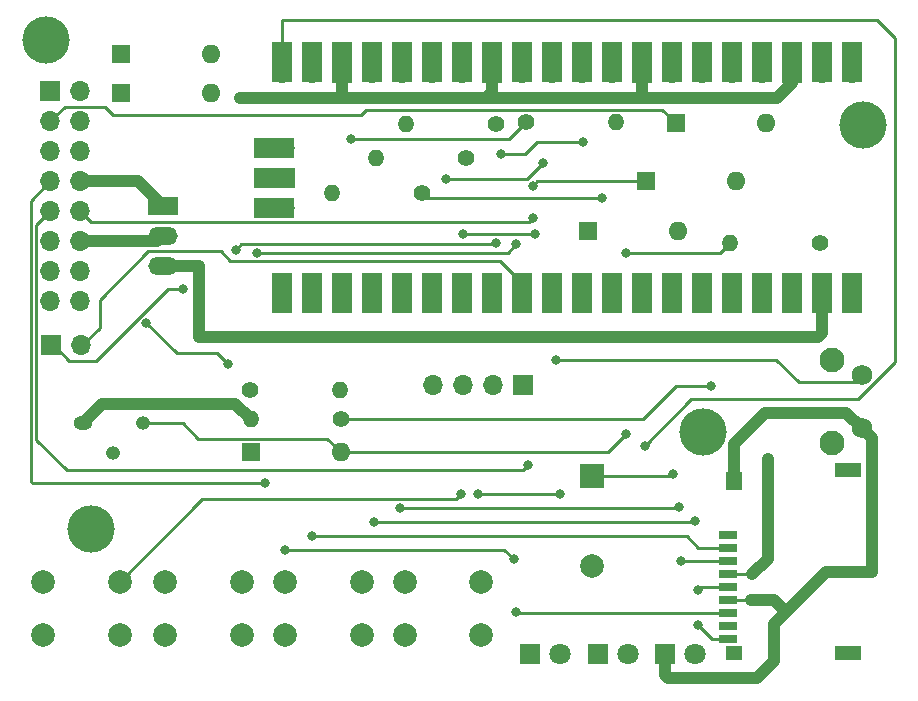
<source format=gbr>
%TF.GenerationSoftware,KiCad,Pcbnew,7.0.8*%
%TF.CreationDate,2024-04-12T09:27:46+03:00*%
%TF.ProjectId,PicoDrive,5069636f-4472-4697-9665-2e6b69636164,rev?*%
%TF.SameCoordinates,PX55854f8PY4548d10*%
%TF.FileFunction,Copper,L1,Top*%
%TF.FilePolarity,Positive*%
%FSLAX46Y46*%
G04 Gerber Fmt 4.6, Leading zero omitted, Abs format (unit mm)*
G04 Created by KiCad (PCBNEW 7.0.8) date 2024-04-12 09:27:46*
%MOMM*%
%LPD*%
G01*
G04 APERTURE LIST*
%TA.AperFunction,ComponentPad*%
%ADD10R,1.700000X1.700000*%
%TD*%
%TA.AperFunction,ComponentPad*%
%ADD11O,1.700000X1.700000*%
%TD*%
%TA.AperFunction,ComponentPad*%
%ADD12R,2.000000X2.000000*%
%TD*%
%TA.AperFunction,ComponentPad*%
%ADD13C,2.000000*%
%TD*%
%TA.AperFunction,SMDPad,CuDef*%
%ADD14R,1.700000X3.500000*%
%TD*%
%TA.AperFunction,SMDPad,CuDef*%
%ADD15R,3.500000X1.700000*%
%TD*%
%TA.AperFunction,ComponentPad*%
%ADD16C,1.400000*%
%TD*%
%TA.AperFunction,ComponentPad*%
%ADD17O,1.400000X1.400000*%
%TD*%
%TA.AperFunction,ComponentPad*%
%ADD18R,1.600000X1.600000*%
%TD*%
%TA.AperFunction,ComponentPad*%
%ADD19O,1.600000X1.600000*%
%TD*%
%TA.AperFunction,ComponentPad*%
%ADD20R,1.800000X1.800000*%
%TD*%
%TA.AperFunction,ComponentPad*%
%ADD21C,1.800000*%
%TD*%
%TA.AperFunction,SMDPad,CuDef*%
%ADD22R,1.600000X0.700000*%
%TD*%
%TA.AperFunction,SMDPad,CuDef*%
%ADD23R,1.400000X1.600000*%
%TD*%
%TA.AperFunction,SMDPad,CuDef*%
%ADD24R,2.200000X1.200000*%
%TD*%
%TA.AperFunction,SMDPad,CuDef*%
%ADD25R,1.400000X1.200000*%
%TD*%
%TA.AperFunction,ComponentPad*%
%ADD26O,1.600000X1.200000*%
%TD*%
%TA.AperFunction,ComponentPad*%
%ADD27O,1.200000X1.200000*%
%TD*%
%TA.AperFunction,ComponentPad*%
%ADD28C,2.100000*%
%TD*%
%TA.AperFunction,ComponentPad*%
%ADD29C,1.750000*%
%TD*%
%TA.AperFunction,ComponentPad*%
%ADD30R,2.500000X1.500000*%
%TD*%
%TA.AperFunction,ComponentPad*%
%ADD31O,2.500000X1.500000*%
%TD*%
%TA.AperFunction,ViaPad*%
%ADD32C,0.800000*%
%TD*%
%TA.AperFunction,ViaPad*%
%ADD33C,4.000000*%
%TD*%
%TA.AperFunction,Conductor*%
%ADD34C,0.250000*%
%TD*%
%TA.AperFunction,Conductor*%
%ADD35C,1.000000*%
%TD*%
G04 APERTURE END LIST*
D10*
%TO.P,J2,1,Pin_1*%
%TO.N,Net-(J2-Pin_1)*%
X3475000Y-28700000D03*
D11*
%TO.P,J2,2,Pin_2*%
%TO.N,Net-(J2-Pin_2)*%
X6015000Y-28700000D03*
%TD*%
D12*
%TO.P,BZ1,1,-*%
%TO.N,Net-(BZ1--)*%
X49300000Y-39800000D03*
D13*
%TO.P,BZ1,2,+*%
%TO.N,/GND*%
X49300000Y-47400000D03*
%TD*%
D11*
%TO.P,U1,1,GPIO0*%
%TO.N,Net-(D1-A)*%
X71295000Y-5670000D03*
D14*
X71295000Y-4770000D03*
D11*
%TO.P,U1,2,GPIO1*%
%TO.N,Net-(D2-A)*%
X68755000Y-5670000D03*
D14*
X68755000Y-4770000D03*
D10*
%TO.P,U1,3,GND*%
%TO.N,/GND*%
X66215000Y-5670000D03*
D14*
X66215000Y-4770000D03*
D11*
%TO.P,U1,4,GPIO2*%
%TO.N,Net-(D15-A)*%
X63675000Y-5670000D03*
D14*
X63675000Y-4770000D03*
D11*
%TO.P,U1,5,GPIO3*%
%TO.N,Net-(D14-A)*%
X61135000Y-5670000D03*
D14*
X61135000Y-4770000D03*
D11*
%TO.P,U1,6,GPIO4*%
%TO.N,Net-(U1-GPIO4)*%
X58595000Y-5670000D03*
D14*
X58595000Y-4770000D03*
D11*
%TO.P,U1,7,GPIO5*%
%TO.N,Net-(D12-A)*%
X56055000Y-5670000D03*
D14*
X56055000Y-4770000D03*
D10*
%TO.P,U1,8,GND*%
%TO.N,/GND*%
X53515000Y-5670000D03*
D14*
X53515000Y-4770000D03*
D11*
%TO.P,U1,9,GPIO6*%
%TO.N,Net-(U1-GPIO6)*%
X50975000Y-5670000D03*
D14*
X50975000Y-4770000D03*
D11*
%TO.P,U1,10,GPIO7*%
%TO.N,Net-(J2-Pin_1)*%
X48435000Y-5670000D03*
D14*
X48435000Y-4770000D03*
D11*
%TO.P,U1,11,GPIO8*%
%TO.N,Net-(U1-GPIO8)*%
X45895000Y-5670000D03*
D14*
X45895000Y-4770000D03*
D11*
%TO.P,U1,12,GPIO9*%
%TO.N,Net-(U1-GPIO9)*%
X43355000Y-5670000D03*
D14*
X43355000Y-4770000D03*
D10*
%TO.P,U1,13,GND*%
%TO.N,/GND*%
X40815000Y-5670000D03*
D14*
X40815000Y-4770000D03*
D11*
%TO.P,U1,14,GPIO10*%
%TO.N,Net-(U1-GPIO10)*%
X38275000Y-5670000D03*
D14*
X38275000Y-4770000D03*
D11*
%TO.P,U1,15,GPIO11*%
%TO.N,Net-(U1-GPIO11)*%
X35735000Y-5670000D03*
D14*
X35735000Y-4770000D03*
D11*
%TO.P,U1,16,GPIO12*%
%TO.N,Net-(U1-GPIO12)*%
X33195000Y-5670000D03*
D14*
X33195000Y-4770000D03*
D11*
%TO.P,U1,17,GPIO13*%
%TO.N,Net-(U1-GPIO13)*%
X30655000Y-5670000D03*
D14*
X30655000Y-4770000D03*
D10*
%TO.P,U1,18,GND*%
%TO.N,/GND*%
X28115000Y-5670000D03*
D14*
X28115000Y-4770000D03*
D11*
%TO.P,U1,19,GPIO14*%
%TO.N,Net-(U1-GPIO14)*%
X25575000Y-5670000D03*
D14*
X25575000Y-4770000D03*
D11*
%TO.P,U1,20,GPIO15*%
%TO.N,Net-(J4-DET)*%
X23035000Y-5670000D03*
D14*
X23035000Y-4770000D03*
D11*
%TO.P,U1,21,GPIO16*%
%TO.N,/MISO*%
X23035000Y-23450000D03*
D14*
X23035000Y-24350000D03*
D11*
%TO.P,U1,22,GPIO17*%
%TO.N,/CS*%
X25575000Y-23450000D03*
D14*
X25575000Y-24350000D03*
D10*
%TO.P,U1,23,GND*%
%TO.N,unconnected-(U1-GND-Pad23)*%
X28115000Y-23450000D03*
D14*
X28115000Y-24350000D03*
D11*
%TO.P,U1,24,GPIO18*%
%TO.N,/SCK*%
X30655000Y-23450000D03*
D14*
X30655000Y-24350000D03*
D11*
%TO.P,U1,25,GPIO19*%
%TO.N,/MOSI*%
X33195000Y-23450000D03*
D14*
X33195000Y-24350000D03*
D11*
%TO.P,U1,26,GPIO20*%
%TO.N,Net-(J3-Pin_4)*%
X35735000Y-23450000D03*
D14*
X35735000Y-24350000D03*
D11*
%TO.P,U1,27,GPIO21*%
%TO.N,Net-(J3-Pin_3)*%
X38275000Y-23450000D03*
D14*
X38275000Y-24350000D03*
D10*
%TO.P,U1,28,GND*%
%TO.N,Net-(J3-Pin_1)*%
X40815000Y-23450000D03*
D14*
X40815000Y-24350000D03*
D11*
%TO.P,U1,29,GPIO22*%
%TO.N,Net-(J2-Pin_2)*%
X43355000Y-23450000D03*
D14*
X43355000Y-24350000D03*
D11*
%TO.P,U1,30,RUN*%
%TO.N,Net-(U1-RUN)*%
X45895000Y-23450000D03*
D14*
X45895000Y-24350000D03*
D11*
%TO.P,U1,31,GPIO26_ADC0*%
%TO.N,unconnected-(U1-GPIO26_ADC0-Pad31)*%
X48435000Y-23450000D03*
D14*
X48435000Y-24350000D03*
D11*
%TO.P,U1,32,GPIO27_ADC1*%
%TO.N,unconnected-(U1-GPIO27_ADC1-Pad32)*%
X50975000Y-23450000D03*
D14*
X50975000Y-24350000D03*
D10*
%TO.P,U1,33,AGND*%
%TO.N,unconnected-(U1-AGND-Pad33)*%
X53515000Y-23450000D03*
D14*
X53515000Y-24350000D03*
D11*
%TO.P,U1,34,GPIO28_ADC2*%
%TO.N,Net-(BZ1--)*%
X56055000Y-23450000D03*
D14*
X56055000Y-24350000D03*
D11*
%TO.P,U1,35,ADC_VREF*%
%TO.N,unconnected-(U1-ADC_VREF-Pad35)*%
X58595000Y-23450000D03*
D14*
X58595000Y-24350000D03*
D11*
%TO.P,U1,36,3V3*%
%TO.N,/VCC 3.3V*%
X61135000Y-23450000D03*
D14*
X61135000Y-24350000D03*
D11*
%TO.P,U1,37,3V3_EN*%
%TO.N,unconnected-(U1-3V3_EN-Pad37)*%
X63675000Y-23450000D03*
D14*
X63675000Y-24350000D03*
D10*
%TO.P,U1,38,GND*%
%TO.N,unconnected-(U1-GND-Pad38)*%
X66215000Y-23450000D03*
D14*
X66215000Y-24350000D03*
D11*
%TO.P,U1,39,VSYS*%
%TO.N,Net-(J3-Pin_2)*%
X68755000Y-23450000D03*
D14*
X68755000Y-24350000D03*
D11*
%TO.P,U1,40,VBUS*%
%TO.N,unconnected-(U1-VBUS-Pad40)*%
X71295000Y-23450000D03*
D14*
X71295000Y-24350000D03*
D11*
%TO.P,U1,41,SWCLK*%
%TO.N,unconnected-(U1-SWCLK-Pad41)*%
X23265000Y-12020000D03*
D15*
X22365000Y-12020000D03*
D10*
%TO.P,U1,42,GND*%
%TO.N,unconnected-(U1-GND-Pad42)*%
X23265000Y-14560000D03*
D15*
X22365000Y-14560000D03*
D11*
%TO.P,U1,43,SWDIO*%
%TO.N,unconnected-(U1-SWDIO-Pad43)*%
X23265000Y-17100000D03*
D15*
X22365000Y-17100000D03*
%TD*%
D10*
%TO.P,J1,1a,Pin_1a*%
%TO.N,Net-(D1-K)*%
X3435000Y-7255000D03*
D11*
%TO.P,J1,1b,Pin_1b*%
%TO.N,Net-(D2-K)*%
X5975000Y-7255000D03*
%TO.P,J1,2a,Pin_2a*%
%TO.N,Net-(D15-K)*%
X3435000Y-9795000D03*
%TO.P,J1,2b,Pin_2b*%
%TO.N,Net-(D11-K)*%
X5975000Y-9795000D03*
%TO.P,J1,3a,Pin_3a*%
%TO.N,unconnected-(J1-Pin_3a-Pad3a)*%
X3435000Y-12335000D03*
%TO.P,J1,3b,Pin_3b*%
%TO.N,unconnected-(J1-Pin_3b-Pad3b)*%
X5975000Y-12335000D03*
%TO.P,J1,4a,Pin_4a*%
%TO.N,Net-(J1-Pin_4a)*%
X3435000Y-14875000D03*
%TO.P,J1,4b,Pin_4b*%
%TO.N,Net-(J1-Pin_4b)*%
X5975000Y-14875000D03*
%TO.P,J1,5a,Pin_5a*%
%TO.N,Net-(D12-K)*%
X3435000Y-17415000D03*
%TO.P,J1,5b,Pin_5b*%
%TO.N,Net-(D14-K)*%
X5975000Y-17415000D03*
%TO.P,J1,6a,Pin_6a*%
%TO.N,/GND*%
X3435000Y-19955000D03*
%TO.P,J1,6b,Pin_6b*%
X5975000Y-19955000D03*
%TO.P,J1,7a,Pin_7a*%
X3435000Y-22495000D03*
%TO.P,J1,7b,Pin_7b*%
X5975000Y-22495000D03*
%TO.P,J1,8a,Pin_8a*%
X3435000Y-25035000D03*
%TO.P,J1,8b,Pin_8b*%
X5975000Y-25035000D03*
%TD*%
D16*
%TO.P,R22,1*%
%TO.N,Net-(Q3-B)*%
X43705000Y-9825000D03*
D17*
%TO.P,R22,2*%
%TO.N,Net-(U1-GPIO6)*%
X51325000Y-9825000D03*
%TD*%
D16*
%TO.P,R6,1*%
%TO.N,Net-(BL_LED1-A)*%
X34935000Y-15850000D03*
D17*
%TO.P,R6,2*%
%TO.N,Net-(U1-GPIO14)*%
X27315000Y-15850000D03*
%TD*%
D16*
%TO.P,R7,1*%
%TO.N,Net-(RD_LED1-A)*%
X38610000Y-12850000D03*
D17*
%TO.P,R7,2*%
%TO.N,Net-(U1-GPIO13)*%
X30990000Y-12850000D03*
%TD*%
D18*
%TO.P,D2,1,K*%
%TO.N,Net-(D2-K)*%
X9455000Y-7350000D03*
D19*
%TO.P,D2,2,A*%
%TO.N,Net-(D2-A)*%
X17075000Y-7350000D03*
%TD*%
D16*
%TO.P,R26,1*%
%TO.N,Net-(U1-GPIO4)*%
X28025000Y-35000000D03*
D17*
%TO.P,R26,2*%
%TO.N,/GND*%
X20405000Y-35000000D03*
%TD*%
D20*
%TO.P,BL_LED1,1,K*%
%TO.N,/GND*%
X55475000Y-54862500D03*
D21*
%TO.P,BL_LED1,2,A*%
%TO.N,Net-(BL_LED1-A)*%
X58015000Y-54862500D03*
%TD*%
D16*
%TO.P,R25,1*%
%TO.N,Net-(J1-Pin_4a)*%
X20330000Y-32500000D03*
D17*
%TO.P,R25,2*%
%TO.N,Net-(U1-GPIO4)*%
X27950000Y-32500000D03*
%TD*%
D20*
%TO.P,RD_LED1,1,K*%
%TO.N,/GND*%
X49775000Y-54862500D03*
D21*
%TO.P,RD_LED1,2,A*%
%TO.N,Net-(RD_LED1-A)*%
X52315000Y-54862500D03*
%TD*%
D22*
%TO.P,J4,1,DAT2*%
%TO.N,unconnected-(J4-DAT2-Pad1)*%
X60828145Y-44809968D03*
%TO.P,J4,2,DAT3/CD*%
%TO.N,/CS*%
X60828145Y-45909968D03*
%TO.P,J4,3,CMD*%
%TO.N,/MOSI*%
X60828145Y-47009968D03*
%TO.P,J4,4,VDD*%
%TO.N,/VCC 3.3V*%
X60828145Y-48109968D03*
%TO.P,J4,5,CLK*%
%TO.N,/SCK*%
X60828145Y-49209968D03*
%TO.P,J4,6,VSS*%
%TO.N,/GND*%
X60828145Y-50309968D03*
%TO.P,J4,7,DAT0*%
%TO.N,/MISO*%
X60828145Y-51409968D03*
%TO.P,J4,8,DAT1*%
%TO.N,unconnected-(J4-DAT1-Pad8)*%
X60828145Y-52509968D03*
%TO.P,J4,9,DET*%
%TO.N,Net-(J4-DET)*%
X60828145Y-53609968D03*
D23*
%TO.P,J4,10,SHIELD*%
%TO.N,/GND*%
X61328145Y-40209968D03*
D24*
%TO.P,J4,SH*%
%TO.N,N/C*%
X70928145Y-39309968D03*
X70928145Y-54809968D03*
D25*
X61328145Y-54809968D03*
%TD*%
D26*
%TO.P,Q3,1,E*%
%TO.N,/GND*%
X6200000Y-35350000D03*
D27*
%TO.P,Q3,2,B*%
%TO.N,Net-(Q3-B)*%
X8740000Y-37890000D03*
%TO.P,Q3,3,C*%
%TO.N,Net-(D11-A)*%
X11280000Y-35350000D03*
%TD*%
D18*
%TO.P,D11,1,K*%
%TO.N,Net-(D11-K)*%
X20400000Y-37775000D03*
D19*
%TO.P,D11,2,A*%
%TO.N,Net-(D11-A)*%
X28020000Y-37775000D03*
%TD*%
D18*
%TO.P,D14,1,K*%
%TO.N,Net-(D14-K)*%
X53880000Y-14875000D03*
D19*
%TO.P,D14,2,A*%
%TO.N,Net-(D14-A)*%
X61500000Y-14875000D03*
%TD*%
D10*
%TO.P,J3,1,Pin_1*%
%TO.N,Net-(J3-Pin_1)*%
X43490000Y-32075000D03*
D11*
%TO.P,J3,2,Pin_2*%
%TO.N,Net-(J3-Pin_2)*%
X40950000Y-32075000D03*
%TO.P,J3,3,Pin_3*%
%TO.N,Net-(J3-Pin_3)*%
X38410000Y-32075000D03*
%TO.P,J3,4,Pin_4*%
%TO.N,Net-(J3-Pin_4)*%
X35870000Y-32075000D03*
%TD*%
D28*
%TO.P,SW_RST1,*%
%TO.N,*%
X69647500Y-30025000D03*
X69647500Y-37035000D03*
D29*
%TO.P,SW_RST1,1,1*%
%TO.N,Net-(U1-RUN)*%
X72137500Y-31275000D03*
%TO.P,SW_RST1,2,2*%
%TO.N,/GND*%
X72137500Y-35775000D03*
%TD*%
D16*
%TO.P,R8,1*%
%TO.N,Net-(GR_LED1-A)*%
X41175000Y-9975000D03*
D17*
%TO.P,R8,2*%
%TO.N,Net-(U1-GPIO12)*%
X33555000Y-9975000D03*
%TD*%
D30*
%TO.P,U2,1,Vin*%
%TO.N,Net-(J1-Pin_4b)*%
X12952500Y-16942500D03*
D31*
%TO.P,U2,2,GND*%
%TO.N,/GND*%
X12952500Y-19482500D03*
%TO.P,U2,3,Vout*%
%TO.N,Net-(J3-Pin_2)*%
X12952500Y-22022500D03*
%TD*%
D16*
%TO.P,R21,1*%
%TO.N,Net-(J3-Pin_2)*%
X68600000Y-20100000D03*
D17*
%TO.P,R21,2*%
%TO.N,Net-(D11-A)*%
X60980000Y-20100000D03*
%TD*%
D13*
%TO.P,SW_ENT1,1,1*%
%TO.N,/GND*%
X29800000Y-53250000D03*
X23300000Y-53250000D03*
%TO.P,SW_ENT1,2,2*%
%TO.N,Net-(U1-GPIO10)*%
X29800000Y-48750000D03*
X23300000Y-48750000D03*
%TD*%
D18*
%TO.P,D15,1,K*%
%TO.N,Net-(D15-K)*%
X56380000Y-9925000D03*
D19*
%TO.P,D15,2,A*%
%TO.N,Net-(D15-A)*%
X64000000Y-9925000D03*
%TD*%
D20*
%TO.P,GR_LED1,1,K*%
%TO.N,/GND*%
X44010000Y-54887500D03*
D21*
%TO.P,GR_LED1,2,A*%
%TO.N,Net-(GR_LED1-A)*%
X46550000Y-54887500D03*
%TD*%
D18*
%TO.P,D1,1,K*%
%TO.N,Net-(D1-K)*%
X9455000Y-4075000D03*
D19*
%TO.P,D1,2,A*%
%TO.N,Net-(D1-A)*%
X17075000Y-4075000D03*
%TD*%
D13*
%TO.P,SW_NXT1,1,1*%
%TO.N,/GND*%
X19625000Y-53250000D03*
X13125000Y-53250000D03*
%TO.P,SW_NXT1,2,2*%
%TO.N,Net-(U1-GPIO9)*%
X19625000Y-48750000D03*
X13125000Y-48750000D03*
%TD*%
D18*
%TO.P,D12,1,K*%
%TO.N,Net-(D12-K)*%
X48965000Y-19050000D03*
D19*
%TO.P,D12,2,A*%
%TO.N,Net-(D12-A)*%
X56585000Y-19050000D03*
%TD*%
D13*
%TO.P,SW_PRV1,1,1*%
%TO.N,/GND*%
X9300000Y-53250000D03*
X2800000Y-53250000D03*
%TO.P,SW_PRV1,2,2*%
%TO.N,Net-(U1-GPIO8)*%
X9300000Y-48750000D03*
X2800000Y-48750000D03*
%TD*%
%TO.P,SW_BCK1,1,1*%
%TO.N,/GND*%
X39925000Y-53300000D03*
X33425000Y-53300000D03*
%TO.P,SW_BCK1,2,2*%
%TO.N,Net-(U1-GPIO11)*%
X39925000Y-48800000D03*
X33425000Y-48800000D03*
%TD*%
D32*
%TO.N,Net-(J2-Pin_1)*%
X48550000Y-11525000D03*
X41575000Y-12550000D03*
X41125000Y-20050000D03*
X19125048Y-20650048D03*
X14650000Y-23975000D03*
D33*
%TO.N,*%
X6900000Y-44325000D03*
X3025000Y-2875000D03*
X58725000Y-36075000D03*
X72275000Y-10100000D03*
D32*
%TO.N,Net-(BZ1--)*%
X56125000Y-39675000D03*
%TO.N,/GND*%
X19525000Y-7825000D03*
%TO.N,Net-(BL_LED1-A)*%
X50150000Y-16250000D03*
%TO.N,Net-(GR_LED1-A)*%
X39675000Y-41375000D03*
X46550000Y-41375000D03*
%TO.N,Net-(RD_LED1-A)*%
X44450000Y-19300000D03*
X38400000Y-19300000D03*
%TO.N,Net-(D11-K)*%
X18475000Y-30350000D03*
X11550000Y-26825000D03*
%TO.N,Net-(D11-A)*%
X52150000Y-20950000D03*
X52200000Y-36250000D03*
%TO.N,Net-(D12-K)*%
X43850000Y-38925000D03*
%TO.N,Net-(D14-K)*%
X44275000Y-18000000D03*
X44275000Y-15250000D03*
%TO.N,Net-(J1-Pin_4a)*%
X21625000Y-40375000D03*
%TO.N,/CS*%
X25600000Y-44925000D03*
%TO.N,/SCK*%
X58300000Y-49500000D03*
X58025000Y-43625000D03*
X30800000Y-43700000D03*
%TO.N,/MOSI*%
X56850000Y-47000000D03*
X56700000Y-42450000D03*
X33000000Y-42525000D03*
%TO.N,/MISO*%
X23325000Y-46050000D03*
X42875000Y-51300000D03*
X42675000Y-46875000D03*
%TO.N,Net-(J3-Pin_2)*%
X41075000Y-28027500D03*
%TO.N,/VCC 3.3V*%
X64175000Y-38350000D03*
X64175000Y-38350000D03*
%TO.N,Net-(J4-DET)*%
X53768476Y-37243476D03*
X58275000Y-52400000D03*
%TO.N,Net-(Q3-B)*%
X28900000Y-11275000D03*
%TO.N,Net-(U1-GPIO4)*%
X59375000Y-32200000D03*
%TO.N,Net-(U1-RUN)*%
X46225000Y-29975000D03*
%TO.N,Net-(U1-GPIO8)*%
X38225000Y-41375000D03*
X36975000Y-14700000D03*
X45175000Y-13300000D03*
%TO.N,Net-(U1-GPIO9)*%
X42900000Y-20175000D03*
X20925000Y-20900000D03*
%TD*%
D34*
%TO.N,Net-(J2-Pin_1)*%
X7274695Y-30075000D02*
X13374695Y-23975000D01*
X13374695Y-23975000D02*
X14650000Y-23975000D01*
X5050000Y-30075000D02*
X7274695Y-30075000D01*
X3650000Y-28675000D02*
X5050000Y-30075000D01*
X43650000Y-12550000D02*
X44675000Y-11525000D01*
X41575000Y-12550000D02*
X43650000Y-12550000D01*
X41000000Y-20175000D02*
X41125000Y-20050000D01*
X19600096Y-20175000D02*
X41000000Y-20175000D01*
X19125048Y-20650048D02*
X19600096Y-20175000D01*
X44675000Y-11525000D02*
X48550000Y-11525000D01*
%TO.N,Net-(J2-Pin_2)*%
X41530000Y-21625000D02*
X43355000Y-23450000D01*
X7600000Y-24875000D02*
X11675000Y-20800000D01*
X11675000Y-20800000D02*
X17850000Y-20800000D01*
X6190000Y-28675000D02*
X7600000Y-27265000D01*
X7600000Y-27265000D02*
X7600000Y-24875000D01*
X17850000Y-20800000D02*
X18675000Y-21625000D01*
X18675000Y-21625000D02*
X41530000Y-21625000D01*
%TO.N,Net-(D11-K)*%
X17550000Y-29425000D02*
X18475000Y-30350000D01*
X11550000Y-26825000D02*
X14150000Y-29425000D01*
X14150000Y-29425000D02*
X17550000Y-29425000D01*
%TO.N,Net-(BZ1--)*%
X49300000Y-39800000D02*
X56000000Y-39800000D01*
X56000000Y-39800000D02*
X56125000Y-39675000D01*
D35*
%TO.N,/GND*%
X55475000Y-56675000D02*
X55750000Y-56950000D01*
X55475000Y-54862500D02*
X55475000Y-56675000D01*
X19105000Y-33700000D02*
X20405000Y-35000000D01*
X12480000Y-19955000D02*
X12952500Y-19482500D01*
X66215000Y-6520000D02*
X66215000Y-5670000D01*
X61328145Y-37096855D02*
X63975000Y-34450000D01*
X53525000Y-7785000D02*
X64950000Y-7785000D01*
X7850000Y-33700000D02*
X19105000Y-33700000D01*
X28115000Y-7785000D02*
X40350000Y-7785000D01*
D34*
X60828145Y-50309968D02*
X62715032Y-50309968D01*
D35*
X40815000Y-7320000D02*
X40350000Y-7785000D01*
X65705085Y-51330085D02*
X64678346Y-52356823D01*
X28115000Y-7785000D02*
X19565000Y-7785000D01*
X28115000Y-5670000D02*
X28115000Y-7785000D01*
X70812500Y-34450000D02*
X72137500Y-35775000D01*
X55750000Y-56950000D02*
X63225000Y-56950000D01*
X53515000Y-5670000D02*
X53515000Y-7775000D01*
X53515000Y-7775000D02*
X53525000Y-7785000D01*
X5975000Y-19955000D02*
X12480000Y-19955000D01*
X61328145Y-40209968D02*
X61328145Y-37096855D01*
X65705085Y-51330085D02*
X64675000Y-50300000D01*
X72975000Y-47950000D02*
X69085169Y-47950000D01*
X40815000Y-5670000D02*
X40815000Y-7320000D01*
X72137500Y-35775000D02*
X72975000Y-36612500D01*
X64950000Y-7785000D02*
X66215000Y-6520000D01*
D34*
X62715032Y-50309968D02*
X62725000Y-50300000D01*
D35*
X64675000Y-50300000D02*
X62725000Y-50300000D01*
X6200000Y-35350000D02*
X7850000Y-33700000D01*
X19565000Y-7785000D02*
X19525000Y-7825000D01*
X69085169Y-47950000D02*
X65705085Y-51330085D01*
X72975000Y-36612500D02*
X72975000Y-47950000D01*
X64678346Y-55496654D02*
X64678346Y-52356823D01*
X63975000Y-34450000D02*
X70812500Y-34450000D01*
X40350000Y-7785000D02*
X53525000Y-7785000D01*
X63225000Y-56950000D02*
X64678346Y-55496654D01*
D34*
%TO.N,Net-(BL_LED1-A)*%
X35335000Y-16250000D02*
X34935000Y-15850000D01*
X50150000Y-16250000D02*
X35335000Y-16250000D01*
%TO.N,Net-(GR_LED1-A)*%
X39675000Y-41375000D02*
X46550000Y-41375000D01*
%TO.N,Net-(RD_LED1-A)*%
X44450000Y-19300000D02*
X38400000Y-19300000D01*
%TO.N,Net-(D11-A)*%
X11280000Y-35350000D02*
X14625000Y-35350000D01*
X15925000Y-36650000D02*
X26895000Y-36650000D01*
X52150000Y-20950000D02*
X60130000Y-20950000D01*
X14625000Y-35350000D02*
X15925000Y-36650000D01*
X26895000Y-36650000D02*
X28020000Y-37775000D01*
X60130000Y-20950000D02*
X60980000Y-20100000D01*
X50675000Y-37775000D02*
X52200000Y-36250000D01*
X28020000Y-37775000D02*
X50675000Y-37775000D01*
%TO.N,Net-(D12-K)*%
X13925000Y-39300000D02*
X4825000Y-39300000D01*
X2260489Y-36735489D02*
X2260489Y-18589511D01*
X2260489Y-18589511D02*
X3435000Y-17415000D01*
X13925000Y-39300000D02*
X43475000Y-39300000D01*
X43475000Y-39300000D02*
X43850000Y-38925000D01*
X4825000Y-39300000D02*
X2260489Y-36735489D01*
%TO.N,Net-(D14-K)*%
X5975000Y-17415000D02*
X6835000Y-18275000D01*
X44000000Y-18275000D02*
X44275000Y-18000000D01*
X6835000Y-18275000D02*
X44000000Y-18275000D01*
X44275000Y-15250000D02*
X44650000Y-14875000D01*
X44650000Y-14875000D02*
X53880000Y-14875000D01*
%TO.N,Net-(D15-K)*%
X8080380Y-8575000D02*
X8755380Y-9250000D01*
X56380000Y-9925000D02*
X55260104Y-8805104D01*
X30194896Y-8805104D02*
X29750000Y-9250000D01*
X55260104Y-8805104D02*
X30194896Y-8805104D01*
X8755380Y-9250000D02*
X29750000Y-9250000D01*
X4655000Y-8575000D02*
X8080380Y-8575000D01*
X3435000Y-9795000D02*
X4655000Y-8575000D01*
%TO.N,Net-(J1-Pin_4a)*%
X1810969Y-40275000D02*
X1810969Y-40360969D01*
X21625000Y-40375000D02*
X1910969Y-40375000D01*
X1910969Y-40375000D02*
X1810969Y-40275000D01*
X3435000Y-14875000D02*
X1810969Y-16499031D01*
X1810969Y-38360969D02*
X1810969Y-40275000D01*
X1810969Y-16499031D02*
X1810969Y-38360969D01*
%TO.N,/CS*%
X57300000Y-44925000D02*
X58284968Y-45909968D01*
X25600000Y-44925000D02*
X57300000Y-44925000D01*
X58284968Y-45909968D02*
X60828145Y-45909968D01*
%TO.N,/SCK*%
X58300000Y-49500000D02*
X58590032Y-49209968D01*
X58590032Y-49209968D02*
X60828145Y-49209968D01*
X57950000Y-43700000D02*
X58025000Y-43625000D01*
X30800000Y-43700000D02*
X57950000Y-43700000D01*
%TO.N,/MOSI*%
X56625000Y-42525000D02*
X56700000Y-42450000D01*
X56859968Y-47009968D02*
X60828145Y-47009968D01*
X47875000Y-42525000D02*
X56625000Y-42525000D01*
X56850000Y-47000000D02*
X56859968Y-47009968D01*
X33000000Y-42525000D02*
X47875000Y-42525000D01*
%TO.N,/MISO*%
X41850000Y-46050000D02*
X42675000Y-46875000D01*
X42875000Y-51300000D02*
X42984968Y-51409968D01*
X42984968Y-51409968D02*
X60828145Y-51409968D01*
X23325000Y-46050000D02*
X41850000Y-46050000D01*
D35*
%TO.N,Net-(J1-Pin_4b)*%
X5975000Y-14875000D02*
X10885000Y-14875000D01*
X10885000Y-14875000D02*
X12952500Y-16942500D01*
%TO.N,Net-(J3-Pin_2)*%
X16027500Y-22022500D02*
X16027500Y-28027500D01*
X68437500Y-28027500D02*
X68755000Y-27710000D01*
X12952500Y-22022500D02*
X16027500Y-22022500D01*
X68755000Y-27710000D02*
X68755000Y-23450000D01*
X16027500Y-28027500D02*
X41075000Y-28027500D01*
X41075000Y-28027500D02*
X68437500Y-28027500D01*
%TO.N,/VCC 3.3V*%
X62875000Y-48125000D02*
X64175000Y-46825000D01*
X64175000Y-38350000D02*
X64175000Y-46825000D01*
D34*
X60828145Y-48109968D02*
X62859968Y-48109968D01*
X62859968Y-48109968D02*
X62875000Y-48125000D01*
%TO.N,Net-(J4-DET)*%
X73440000Y-1190000D02*
X74975000Y-2725000D01*
X53768476Y-37243477D02*
X53768476Y-37243476D01*
X74975000Y-2725000D02*
X74975000Y-30132861D01*
X71782861Y-33325000D02*
X57686953Y-33325000D01*
X59484968Y-53609968D02*
X60828145Y-53609968D01*
X58275000Y-52400000D02*
X59484968Y-53609968D01*
X74975000Y-30132861D02*
X71782861Y-33325000D01*
X23035000Y-1190000D02*
X73440000Y-1190000D01*
X57686953Y-33325000D02*
X53768476Y-37243476D01*
X23035000Y-2085000D02*
X23035000Y-1190000D01*
X23035000Y-5670000D02*
X23035000Y-2085000D01*
%TO.N,Net-(Q3-B)*%
X28900000Y-11275000D02*
X42255000Y-11275000D01*
X42255000Y-11275000D02*
X43705000Y-9825000D01*
%TO.N,Net-(U1-GPIO4)*%
X59375000Y-32200000D02*
X56375000Y-32200000D01*
X56375000Y-32200000D02*
X53575000Y-35000000D01*
X53575000Y-35000000D02*
X28025000Y-35000000D01*
%TO.N,Net-(U1-RUN)*%
X64875000Y-29975000D02*
X66791173Y-31891173D01*
X71521327Y-31891173D02*
X72137500Y-31275000D01*
X46225000Y-29975000D02*
X64875000Y-29975000D01*
X66791173Y-31891173D02*
X71521327Y-31891173D01*
%TO.N,Net-(U1-GPIO8)*%
X43775000Y-14700000D02*
X45175000Y-13300000D01*
X16250000Y-41800000D02*
X37800000Y-41800000D01*
X36975000Y-14700000D02*
X43775000Y-14700000D01*
X37800000Y-41800000D02*
X38225000Y-41375000D01*
X9300000Y-48750000D02*
X16250000Y-41800000D01*
%TO.N,Net-(U1-GPIO9)*%
X20925000Y-20900000D02*
X42175000Y-20900000D01*
X42175000Y-20900000D02*
X42900000Y-20175000D01*
%TD*%
M02*

</source>
